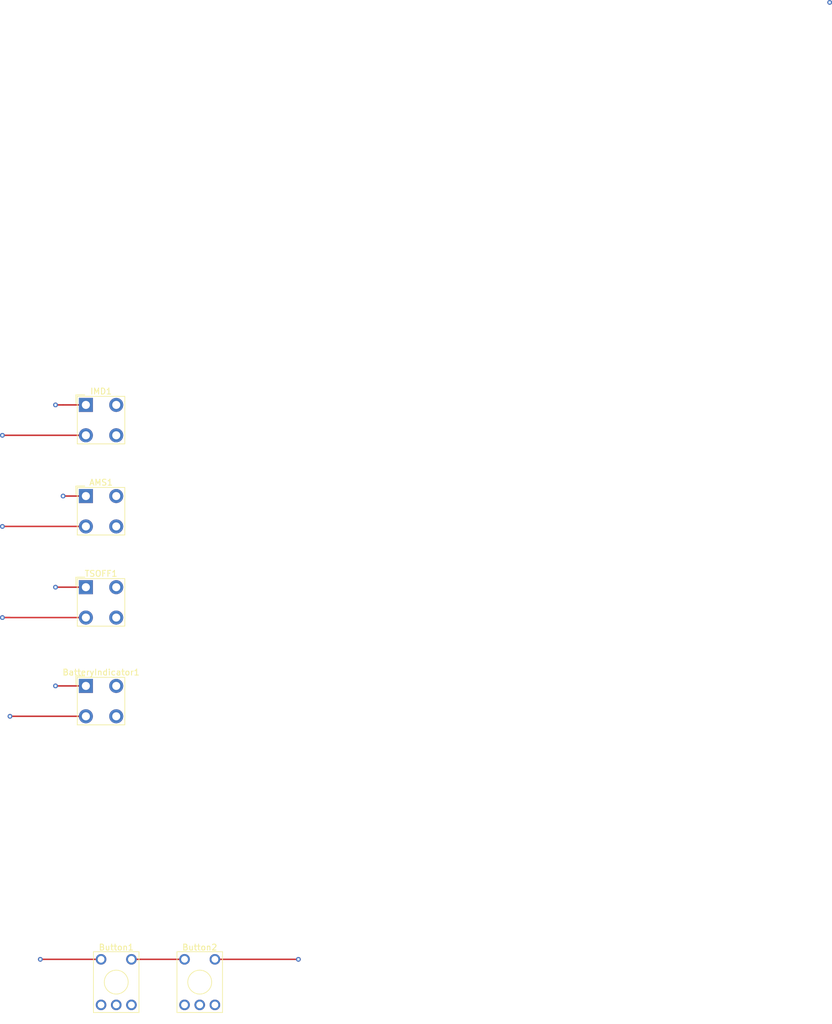
<source format=kicad_pcb>
(kicad_pcb (version 20171130) (host pcbnew "(5.1.10)-1")

  (general
    (thickness 1.6)
    (drawings 0)
    (tracks 30)
    (zones 0)
    (modules 6)
    (nets 9)
  )

  (page A4)
  (layers
    (0 F.Cu signal)
    (31 B.Cu signal)
    (32 B.Adhes user)
    (33 F.Adhes user)
    (34 B.Paste user)
    (35 F.Paste user)
    (36 B.SilkS user)
    (37 F.SilkS user)
    (38 B.Mask user)
    (39 F.Mask user)
    (40 Dwgs.User user)
    (41 Cmts.User user)
    (42 Eco1.User user)
    (43 Eco2.User user)
    (44 Edge.Cuts user)
    (45 Margin user)
    (46 B.CrtYd user)
    (47 F.CrtYd user)
    (48 B.Fab user)
    (49 F.Fab user)
  )

  (setup
    (last_trace_width 0.25)
    (trace_clearance 0.2)
    (zone_clearance 0.508)
    (zone_45_only no)
    (trace_min 0.2)
    (via_size 0.8)
    (via_drill 0.4)
    (via_min_size 0.4)
    (via_min_drill 0.3)
    (uvia_size 0.3)
    (uvia_drill 0.1)
    (uvias_allowed no)
    (uvia_min_size 0.2)
    (uvia_min_drill 0.1)
    (edge_width 0.05)
    (segment_width 0.2)
    (pcb_text_width 0.3)
    (pcb_text_size 1.5 1.5)
    (mod_edge_width 0.12)
    (mod_text_size 1 1)
    (mod_text_width 0.15)
    (pad_size 1.524 1.524)
    (pad_drill 0.762)
    (pad_to_mask_clearance 0)
    (aux_axis_origin 0 0)
    (visible_elements FFFFFF7F)
    (pcbplotparams
      (layerselection 0x010fc_ffffffff)
      (usegerberextensions false)
      (usegerberattributes true)
      (usegerberadvancedattributes true)
      (creategerberjobfile true)
      (excludeedgelayer true)
      (linewidth 0.100000)
      (plotframeref false)
      (viasonmask false)
      (mode 1)
      (useauxorigin false)
      (hpglpennumber 1)
      (hpglpenspeed 20)
      (hpglpendiameter 15.000000)
      (psnegative false)
      (psa4output false)
      (plotreference true)
      (plotvalue true)
      (plotinvisibletext false)
      (padsonsilk false)
      (subtractmaskfromsilk false)
      (outputformat 1)
      (mirror false)
      (drillshape 1)
      (scaleselection 1)
      (outputdirectory ""))
  )

  (net 0 "")
  (net 1 /GREEN_LED_ON)
  (net 2 GND)
  (net 3 /AMS_OK_LATCHED)
  (net 4 /signal)
  (net 5 /IMD_OK_LATCHED)
  (net 6 Precharge)
  (net 7 /LVBattery12V+)
  (net 8 /VCU)

  (net_class Default "This is the default net class."
    (clearance 0.2)
    (trace_width 0.25)
    (via_dia 0.8)
    (via_drill 0.4)
    (uvia_dia 0.3)
    (uvia_drill 0.1)
    (add_net /AMS_OK_LATCHED)
    (add_net /GREEN_LED_ON)
    (add_net /IMD_OK_LATCHED)
    (add_net /LVBattery12V+)
    (add_net /VCU)
    (add_net /signal)
    (add_net GND)
    (add_net Precharge)
  )

  (module Button_Switch_THT:KSA_Tactile_SPST (layer F.Cu) (tedit 5A02FE31) (tstamp 63EC3E40)
    (at 93.98 135.89)
    (descr "KSA http://www.ckswitches.com/media/1457/ksa_ksl.pdf")
    (tags "SWITCH SMD KSA SW")
    (path /63ED516E)
    (fp_text reference Button2 (at 2.54 -2) (layer F.SilkS)
      (effects (font (size 1 1) (thickness 0.15)))
    )
    (fp_text value R2D (at 2.54 10) (layer F.Fab)
      (effects (font (size 1 1) (thickness 0.15)))
    )
    (fp_text user %R (at 2.54 4) (layer F.Fab)
      (effects (font (size 1 1) (thickness 0.15)))
    )
    (fp_line (start -1.16 7.91) (end 6.24 7.91) (layer F.Fab) (width 0.1))
    (fp_line (start 6.24 -0.29) (end -1.16 -0.29) (layer F.Fab) (width 0.1))
    (fp_line (start -1.16 7.91) (end -1.16 -0.29) (layer F.Fab) (width 0.1))
    (fp_line (start 6.35 8.89) (end 6.35 -1.27) (layer F.SilkS) (width 0.12))
    (fp_line (start -1.27 -1.27) (end 6.35 -1.27) (layer F.SilkS) (width 0.12))
    (fp_line (start -1.27 -1.27) (end -1.27 8.89) (layer F.SilkS) (width 0.12))
    (fp_line (start -1.27 8.89) (end 6.35 8.89) (layer F.SilkS) (width 0.12))
    (fp_line (start -1.41 -1.14) (end 6.49 -1.14) (layer F.CrtYd) (width 0.05))
    (fp_line (start -1.41 -1.14) (end -1.41 8.75) (layer F.CrtYd) (width 0.05))
    (fp_line (start 6.49 8.75) (end 6.49 -1.14) (layer F.CrtYd) (width 0.05))
    (fp_line (start 6.49 8.75) (end -1.41 8.75) (layer F.CrtYd) (width 0.05))
    (fp_circle (center 2.54 3.81) (end 0.54 3.81) (layer F.SilkS) (width 0.12))
    (fp_line (start 6.24 7.91) (end 6.24 -0.29) (layer F.Fab) (width 0.1))
    (pad 5 thru_hole circle (at 0 7.62) (size 1.778 1.778) (drill 1.143) (layers *.Cu *.Mask))
    (pad 4 thru_hole circle (at 2.54 7.62) (size 1.778 1.778) (drill 1.143) (layers *.Cu *.Mask))
    (pad 3 thru_hole circle (at 5.08 7.62) (size 1.778 1.778) (drill 1.143) (layers *.Cu *.Mask))
    (pad 2 thru_hole circle (at 5.08 0) (size 1.778 1.778) (drill 1.143) (layers *.Cu *.Mask)
      (net 8 /VCU))
    (pad 1 thru_hole circle (at 0 0) (size 1.778 1.778) (drill 1.143) (layers *.Cu *.Mask)
      (net 6 Precharge))
    (model ${KISYS3DMOD}/Button_Switch_THT.3dshapes/KSA_Tactile_SPST.wrl
      (at (xyz 0 0 0))
      (scale (xyz 1 1 1))
      (rotate (xyz 0 0 0))
    )
  )

  (module Button_Switch_THT:KSA_Tactile_SPST (layer F.Cu) (tedit 5A02FE31) (tstamp 63EC3E29)
    (at 80.01 135.89)
    (descr "KSA http://www.ckswitches.com/media/1457/ksa_ksl.pdf")
    (tags "SWITCH SMD KSA SW")
    (path /63ED4B17)
    (fp_text reference Button1 (at 2.54 -2) (layer F.SilkS)
      (effects (font (size 1 1) (thickness 0.15)))
    )
    (fp_text value "TS ON" (at 2.54 10) (layer F.Fab)
      (effects (font (size 1 1) (thickness 0.15)))
    )
    (fp_text user %R (at 2.54 4) (layer F.Fab)
      (effects (font (size 1 1) (thickness 0.15)))
    )
    (fp_line (start -1.16 7.91) (end 6.24 7.91) (layer F.Fab) (width 0.1))
    (fp_line (start 6.24 -0.29) (end -1.16 -0.29) (layer F.Fab) (width 0.1))
    (fp_line (start -1.16 7.91) (end -1.16 -0.29) (layer F.Fab) (width 0.1))
    (fp_line (start 6.35 8.89) (end 6.35 -1.27) (layer F.SilkS) (width 0.12))
    (fp_line (start -1.27 -1.27) (end 6.35 -1.27) (layer F.SilkS) (width 0.12))
    (fp_line (start -1.27 -1.27) (end -1.27 8.89) (layer F.SilkS) (width 0.12))
    (fp_line (start -1.27 8.89) (end 6.35 8.89) (layer F.SilkS) (width 0.12))
    (fp_line (start -1.41 -1.14) (end 6.49 -1.14) (layer F.CrtYd) (width 0.05))
    (fp_line (start -1.41 -1.14) (end -1.41 8.75) (layer F.CrtYd) (width 0.05))
    (fp_line (start 6.49 8.75) (end 6.49 -1.14) (layer F.CrtYd) (width 0.05))
    (fp_line (start 6.49 8.75) (end -1.41 8.75) (layer F.CrtYd) (width 0.05))
    (fp_circle (center 2.54 3.81) (end 0.54 3.81) (layer F.SilkS) (width 0.12))
    (fp_line (start 6.24 7.91) (end 6.24 -0.29) (layer F.Fab) (width 0.1))
    (pad 5 thru_hole circle (at 0 7.62) (size 1.778 1.778) (drill 1.143) (layers *.Cu *.Mask))
    (pad 4 thru_hole circle (at 2.54 7.62) (size 1.778 1.778) (drill 1.143) (layers *.Cu *.Mask))
    (pad 3 thru_hole circle (at 5.08 7.62) (size 1.778 1.778) (drill 1.143) (layers *.Cu *.Mask))
    (pad 2 thru_hole circle (at 5.08 0) (size 1.778 1.778) (drill 1.143) (layers *.Cu *.Mask)
      (net 6 Precharge))
    (pad 1 thru_hole circle (at 0 0) (size 1.778 1.778) (drill 1.143) (layers *.Cu *.Mask)
      (net 7 /LVBattery12V+))
    (model ${KISYS3DMOD}/Button_Switch_THT.3dshapes/KSA_Tactile_SPST.wrl
      (at (xyz 0 0 0))
      (scale (xyz 1 1 1))
      (rotate (xyz 0 0 0))
    )
  )

  (module LED_THT:LED_BL-FL7680RGB (layer F.Cu) (tedit 59F6ACD6) (tstamp 63EC3914)
    (at 77.47 58.42)
    (descr "'Piranha' RGB LED, through hole, common anode, 7.62x7.62mm, BGRA pin order, https://cdn-shop.adafruit.com/datasheets/BL-FL7680RGB.pdf")
    (tags "RGB LED Piranha Super-Flux BetLux")
    (path /63EC54D6)
    (fp_text reference AMS1 (at 2.54 -2.27) (layer F.SilkS)
      (effects (font (size 1 1) (thickness 0.15)))
    )
    (fp_text value LED (at 2.54 7.35) (layer F.Fab)
      (effects (font (size 1 1) (thickness 0.15)))
    )
    (fp_text user %R (at 2.54 2.54) (layer F.Fab)
      (effects (font (size 1 1) (thickness 0.15)))
    )
    (fp_line (start -0.02 -1.27) (end 6.35 -1.27) (layer F.Fab) (width 0.1))
    (fp_line (start 6.35 -1.27) (end 6.35 6.35) (layer F.Fab) (width 0.1))
    (fp_line (start 6.35 6.35) (end -1.27 6.35) (layer F.Fab) (width 0.1))
    (fp_line (start -1.27 6.35) (end -1.27 -0.02) (layer F.Fab) (width 0.1))
    (fp_line (start -1.27 -0.02) (end -0.02 -1.27) (layer F.Fab) (width 0.1))
    (fp_line (start -1.435 -1.435) (end -1.435 6.515) (layer F.SilkS) (width 0.12))
    (fp_line (start -1.435 6.515) (end 6.515 6.515) (layer F.SilkS) (width 0.12))
    (fp_line (start 6.515 6.515) (end 6.515 -1.435) (layer F.SilkS) (width 0.12))
    (fp_line (start 6.515 -1.435) (end -1.435 -1.435) (layer F.SilkS) (width 0.12))
    (fp_line (start -1.675 -0.185) (end -1.675 -1.675) (layer F.SilkS) (width 0.12))
    (fp_line (start -1.675 -1.675) (end -0.185 -1.675) (layer F.SilkS) (width 0.12))
    (fp_line (start -1.52 -1.52) (end -1.52 6.6) (layer F.CrtYd) (width 0.05))
    (fp_line (start -1.52 6.6) (end 6.6 6.6) (layer F.CrtYd) (width 0.05))
    (fp_line (start 6.6 6.6) (end 6.6 -1.52) (layer F.CrtYd) (width 0.05))
    (fp_line (start 6.6 -1.52) (end -1.52 -1.52) (layer F.CrtYd) (width 0.05))
    (pad 3 thru_hole circle (at 5.08 5.08) (size 2.35 2.35) (drill 1.35) (layers *.Cu *.Mask))
    (pad 4 thru_hole circle (at 5.08 0) (size 2.35 2.35) (drill 1.35) (layers *.Cu *.Mask))
    (pad 2 thru_hole circle (at 0 5.08) (size 2.35 2.35) (drill 1.35) (layers *.Cu *.Mask)
      (net 3 /AMS_OK_LATCHED))
    (pad 1 thru_hole rect (at 0 0) (size 2.35 2.35) (drill 1.35) (layers *.Cu *.Mask)
      (net 2 GND))
    (model ${KISYS3DMOD}/LED_THT.3dshapes/LED_BL-FL7680RGB.wrl
      (at (xyz 0 0 0))
      (scale (xyz 1 1 1))
      (rotate (xyz 0 0 0))
    )
  )

  (module LED_THT:LED_BL-FL7680RGB (layer F.Cu) (tedit 59F6ACD6) (tstamp 63EC392C)
    (at 77.47 90.17)
    (descr "'Piranha' RGB LED, through hole, common anode, 7.62x7.62mm, BGRA pin order, https://cdn-shop.adafruit.com/datasheets/BL-FL7680RGB.pdf")
    (tags "RGB LED Piranha Super-Flux BetLux")
    (path /63ECEEB8)
    (fp_text reference BatteryIndicator1 (at 2.54 -2.27) (layer F.SilkS)
      (effects (font (size 1 1) (thickness 0.15)))
    )
    (fp_text value LED (at 2.54 7.35) (layer F.Fab)
      (effects (font (size 1 1) (thickness 0.15)))
    )
    (fp_text user %R (at 2.54 2.54) (layer F.Fab)
      (effects (font (size 1 1) (thickness 0.15)))
    )
    (fp_line (start -0.02 -1.27) (end 6.35 -1.27) (layer F.Fab) (width 0.1))
    (fp_line (start 6.35 -1.27) (end 6.35 6.35) (layer F.Fab) (width 0.1))
    (fp_line (start 6.35 6.35) (end -1.27 6.35) (layer F.Fab) (width 0.1))
    (fp_line (start -1.27 6.35) (end -1.27 -0.02) (layer F.Fab) (width 0.1))
    (fp_line (start -1.27 -0.02) (end -0.02 -1.27) (layer F.Fab) (width 0.1))
    (fp_line (start -1.435 -1.435) (end -1.435 6.515) (layer F.SilkS) (width 0.12))
    (fp_line (start -1.435 6.515) (end 6.515 6.515) (layer F.SilkS) (width 0.12))
    (fp_line (start 6.515 6.515) (end 6.515 -1.435) (layer F.SilkS) (width 0.12))
    (fp_line (start 6.515 -1.435) (end -1.435 -1.435) (layer F.SilkS) (width 0.12))
    (fp_line (start -1.675 -0.185) (end -1.675 -1.675) (layer F.SilkS) (width 0.12))
    (fp_line (start -1.675 -1.675) (end -0.185 -1.675) (layer F.SilkS) (width 0.12))
    (fp_line (start -1.52 -1.52) (end -1.52 6.6) (layer F.CrtYd) (width 0.05))
    (fp_line (start -1.52 6.6) (end 6.6 6.6) (layer F.CrtYd) (width 0.05))
    (fp_line (start 6.6 6.6) (end 6.6 -1.52) (layer F.CrtYd) (width 0.05))
    (fp_line (start 6.6 -1.52) (end -1.52 -1.52) (layer F.CrtYd) (width 0.05))
    (pad 3 thru_hole circle (at 5.08 5.08) (size 2.35 2.35) (drill 1.35) (layers *.Cu *.Mask))
    (pad 4 thru_hole circle (at 5.08 0) (size 2.35 2.35) (drill 1.35) (layers *.Cu *.Mask))
    (pad 2 thru_hole circle (at 0 5.08) (size 2.35 2.35) (drill 1.35) (layers *.Cu *.Mask)
      (net 4 /signal))
    (pad 1 thru_hole rect (at 0 0) (size 2.35 2.35) (drill 1.35) (layers *.Cu *.Mask)
      (net 2 GND))
    (model ${KISYS3DMOD}/LED_THT.3dshapes/LED_BL-FL7680RGB.wrl
      (at (xyz 0 0 0))
      (scale (xyz 1 1 1))
      (rotate (xyz 0 0 0))
    )
  )

  (module LED_THT:LED_BL-FL7680RGB (layer F.Cu) (tedit 59F6ACD6) (tstamp 63EC3944)
    (at 77.47 43.18)
    (descr "'Piranha' RGB LED, through hole, common anode, 7.62x7.62mm, BGRA pin order, https://cdn-shop.adafruit.com/datasheets/BL-FL7680RGB.pdf")
    (tags "RGB LED Piranha Super-Flux BetLux")
    (path /63EC3F62)
    (fp_text reference IMD1 (at 2.54 -2.27) (layer F.SilkS)
      (effects (font (size 1 1) (thickness 0.15)))
    )
    (fp_text value LED (at 2.54 7.35) (layer F.Fab)
      (effects (font (size 1 1) (thickness 0.15)))
    )
    (fp_line (start 6.6 -1.52) (end -1.52 -1.52) (layer F.CrtYd) (width 0.05))
    (fp_line (start 6.6 6.6) (end 6.6 -1.52) (layer F.CrtYd) (width 0.05))
    (fp_line (start -1.52 6.6) (end 6.6 6.6) (layer F.CrtYd) (width 0.05))
    (fp_line (start -1.52 -1.52) (end -1.52 6.6) (layer F.CrtYd) (width 0.05))
    (fp_line (start -1.675 -1.675) (end -0.185 -1.675) (layer F.SilkS) (width 0.12))
    (fp_line (start -1.675 -0.185) (end -1.675 -1.675) (layer F.SilkS) (width 0.12))
    (fp_line (start 6.515 -1.435) (end -1.435 -1.435) (layer F.SilkS) (width 0.12))
    (fp_line (start 6.515 6.515) (end 6.515 -1.435) (layer F.SilkS) (width 0.12))
    (fp_line (start -1.435 6.515) (end 6.515 6.515) (layer F.SilkS) (width 0.12))
    (fp_line (start -1.435 -1.435) (end -1.435 6.515) (layer F.SilkS) (width 0.12))
    (fp_line (start -1.27 -0.02) (end -0.02 -1.27) (layer F.Fab) (width 0.1))
    (fp_line (start -1.27 6.35) (end -1.27 -0.02) (layer F.Fab) (width 0.1))
    (fp_line (start 6.35 6.35) (end -1.27 6.35) (layer F.Fab) (width 0.1))
    (fp_line (start 6.35 -1.27) (end 6.35 6.35) (layer F.Fab) (width 0.1))
    (fp_line (start -0.02 -1.27) (end 6.35 -1.27) (layer F.Fab) (width 0.1))
    (fp_text user %R (at 2.54 2.54) (layer F.Fab)
      (effects (font (size 1 1) (thickness 0.15)))
    )
    (pad 1 thru_hole rect (at 0 0) (size 2.35 2.35) (drill 1.35) (layers *.Cu *.Mask)
      (net 2 GND))
    (pad 2 thru_hole circle (at 0 5.08) (size 2.35 2.35) (drill 1.35) (layers *.Cu *.Mask)
      (net 5 /IMD_OK_LATCHED))
    (pad 4 thru_hole circle (at 5.08 0) (size 2.35 2.35) (drill 1.35) (layers *.Cu *.Mask))
    (pad 3 thru_hole circle (at 5.08 5.08) (size 2.35 2.35) (drill 1.35) (layers *.Cu *.Mask))
    (model ${KISYS3DMOD}/LED_THT.3dshapes/LED_BL-FL7680RGB.wrl
      (at (xyz 0 0 0))
      (scale (xyz 1 1 1))
      (rotate (xyz 0 0 0))
    )
  )

  (module LED_THT:LED_BL-FL7680RGB (layer F.Cu) (tedit 59F6ACD6) (tstamp 63EC395C)
    (at 77.47 73.66)
    (descr "'Piranha' RGB LED, through hole, common anode, 7.62x7.62mm, BGRA pin order, https://cdn-shop.adafruit.com/datasheets/BL-FL7680RGB.pdf")
    (tags "RGB LED Piranha Super-Flux BetLux")
    (path /63EC5B4A)
    (fp_text reference TSOFF1 (at 2.54 -2.27) (layer F.SilkS)
      (effects (font (size 1 1) (thickness 0.15)))
    )
    (fp_text value LED (at 2.54 7.35) (layer F.Fab)
      (effects (font (size 1 1) (thickness 0.15)))
    )
    (fp_line (start 6.6 -1.52) (end -1.52 -1.52) (layer F.CrtYd) (width 0.05))
    (fp_line (start 6.6 6.6) (end 6.6 -1.52) (layer F.CrtYd) (width 0.05))
    (fp_line (start -1.52 6.6) (end 6.6 6.6) (layer F.CrtYd) (width 0.05))
    (fp_line (start -1.52 -1.52) (end -1.52 6.6) (layer F.CrtYd) (width 0.05))
    (fp_line (start -1.675 -1.675) (end -0.185 -1.675) (layer F.SilkS) (width 0.12))
    (fp_line (start -1.675 -0.185) (end -1.675 -1.675) (layer F.SilkS) (width 0.12))
    (fp_line (start 6.515 -1.435) (end -1.435 -1.435) (layer F.SilkS) (width 0.12))
    (fp_line (start 6.515 6.515) (end 6.515 -1.435) (layer F.SilkS) (width 0.12))
    (fp_line (start -1.435 6.515) (end 6.515 6.515) (layer F.SilkS) (width 0.12))
    (fp_line (start -1.435 -1.435) (end -1.435 6.515) (layer F.SilkS) (width 0.12))
    (fp_line (start -1.27 -0.02) (end -0.02 -1.27) (layer F.Fab) (width 0.1))
    (fp_line (start -1.27 6.35) (end -1.27 -0.02) (layer F.Fab) (width 0.1))
    (fp_line (start 6.35 6.35) (end -1.27 6.35) (layer F.Fab) (width 0.1))
    (fp_line (start 6.35 -1.27) (end 6.35 6.35) (layer F.Fab) (width 0.1))
    (fp_line (start -0.02 -1.27) (end 6.35 -1.27) (layer F.Fab) (width 0.1))
    (fp_text user %R (at 2.874999 2.874999) (layer F.Fab)
      (effects (font (size 1 1) (thickness 0.15)))
    )
    (pad 1 thru_hole rect (at 0 0) (size 2.35 2.35) (drill 1.35) (layers *.Cu *.Mask)
      (net 2 GND))
    (pad 2 thru_hole circle (at 0 5.08) (size 2.35 2.35) (drill 1.35) (layers *.Cu *.Mask)
      (net 1 /GREEN_LED_ON))
    (pad 4 thru_hole circle (at 5.08 0) (size 2.35 2.35) (drill 1.35) (layers *.Cu *.Mask))
    (pad 3 thru_hole circle (at 5.08 5.08) (size 2.35 2.35) (drill 1.35) (layers *.Cu *.Mask))
    (model ${KISYS3DMOD}/LED_THT.3dshapes/LED_BL-FL7680RGB.wrl
      (at (xyz 0 0 0))
      (scale (xyz 1 1 1))
      (rotate (xyz 0 0 0))
    )
  )

  (via (at 201.93 -24.13) (size 0.8) (drill 0.4) (layers F.Cu B.Cu) (net 0))
  (via (at 63.5 63.5) (size 0.8) (drill 0.4) (layers F.Cu B.Cu) (net 3))
  (via (at 63.5 78.74) (size 0.8) (drill 0.4) (layers F.Cu B.Cu) (net 1))
  (via (at 64.77 95.25) (size 0.8) (drill 0.4) (layers F.Cu B.Cu) (net 4))
  (via (at 63.5 48.26) (size 0.8) (drill 0.4) (layers F.Cu B.Cu) (net 5))
  (segment (start 77.47 78.74) (end 63.5 78.74) (width 0.25) (layer F.Cu) (net 1))
  (segment (start 63.5 78.74) (end 64.77 78.74) (width 0.25) (layer F.Cu) (net 1))
  (segment (start 77.47 43.18) (end 73.66 43.18) (width 0.25) (layer F.Cu) (net 2))
  (segment (start 77.47 58.42) (end 73.66 58.42) (width 0.25) (layer F.Cu) (net 2))
  (segment (start 77.47 73.66) (end 72.39 73.66) (width 0.25) (layer F.Cu) (net 2))
  (segment (start 77.47 90.17) (end 72.39 90.17) (width 0.25) (layer F.Cu) (net 2))
  (segment (start 73.66 43.18) (end 72.39 43.18) (width 0.25) (layer F.Cu) (net 2))
  (segment (start 72.39 43.18) (end 72.39 43.18) (width 0.25) (layer F.Cu) (net 2) (tstamp 63EC3BE6))
  (via (at 72.39 43.18) (size 0.8) (drill 0.4) (layers F.Cu B.Cu) (net 2))
  (segment (start 73.66 58.42) (end 73.66 58.42) (width 0.25) (layer F.Cu) (net 2) (tstamp 63EC3BE8))
  (via (at 73.66 58.42) (size 0.8) (drill 0.4) (layers F.Cu B.Cu) (net 2))
  (segment (start 72.39 73.66) (end 72.39 73.66) (width 0.25) (layer F.Cu) (net 2) (tstamp 63EC3BEA))
  (via (at 72.39 73.66) (size 0.8) (drill 0.4) (layers F.Cu B.Cu) (net 2))
  (segment (start 72.39 90.17) (end 72.39 90.17) (width 0.25) (layer F.Cu) (net 2) (tstamp 63EC3BEC))
  (via (at 72.39 90.17) (size 0.8) (drill 0.4) (layers F.Cu B.Cu) (net 2))
  (segment (start 77.47 63.5) (end 63.5 63.5) (width 0.25) (layer F.Cu) (net 3))
  (segment (start 77.47 95.25) (end 64.77 95.25) (width 0.25) (layer F.Cu) (net 4))
  (segment (start 77.47 48.26) (end 63.5 48.26) (width 0.25) (layer F.Cu) (net 5))
  (segment (start 85.09 135.89) (end 93.98 135.89) (width 0.25) (layer F.Cu) (net 6))
  (segment (start 80.01 135.89) (end 69.85 135.89) (width 0.25) (layer F.Cu) (net 7))
  (segment (start 69.85 135.89) (end 69.85 135.89) (width 0.25) (layer F.Cu) (net 7) (tstamp 63EC3F27))
  (via (at 69.85 135.89) (size 0.8) (drill 0.4) (layers F.Cu B.Cu) (net 7))
  (segment (start 99.06 135.89) (end 113.03 135.89) (width 0.25) (layer F.Cu) (net 8))
  (segment (start 113.03 135.89) (end 113.03 135.89) (width 0.25) (layer F.Cu) (net 8) (tstamp 63EC3F25))
  (via (at 113.03 135.89) (size 0.8) (drill 0.4) (layers F.Cu B.Cu) (net 8))

)

</source>
